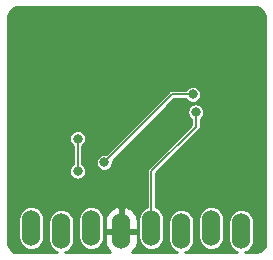
<source format=gbr>
G04 #@! TF.GenerationSoftware,KiCad,Pcbnew,(5.1.2)-2*
G04 #@! TF.CreationDate,2019-11-03T14:13:23-08:00*
G04 #@! TF.ProjectId,dac-breakout-ad5689,6461632d-6272-4656-916b-6f75742d6164,rev?*
G04 #@! TF.SameCoordinates,Original*
G04 #@! TF.FileFunction,Copper,L2,Bot*
G04 #@! TF.FilePolarity,Positive*
%FSLAX46Y46*%
G04 Gerber Fmt 4.6, Leading zero omitted, Abs format (unit mm)*
G04 Created by KiCad (PCBNEW (5.1.2)-2) date 2019-11-03 14:13:23*
%MOMM*%
%LPD*%
G04 APERTURE LIST*
%ADD10O,1.524000X3.048000*%
%ADD11C,0.800000*%
%ADD12C,0.150000*%
%ADD13C,0.254000*%
G04 APERTURE END LIST*
D10*
X138608400Y-132577000D03*
X136068400Y-132323000D03*
X133528400Y-132577000D03*
X130988400Y-132323000D03*
X128448400Y-132577000D03*
X125908400Y-132323000D03*
X123368400Y-132577000D03*
X120828400Y-132323000D03*
D11*
X137250000Y-128750000D03*
X134750000Y-122500000D03*
X124750000Y-127500000D03*
X124750000Y-124750000D03*
X127000000Y-126750000D03*
X134500000Y-121000000D03*
D12*
X130988400Y-130649000D02*
X130988400Y-132323000D01*
X130988400Y-127511600D02*
X130988400Y-130649000D01*
X134750000Y-122750000D02*
X134750000Y-123750000D01*
X134750000Y-123750000D02*
X130988400Y-127511600D01*
X134750000Y-122750000D02*
X134750000Y-122500000D01*
X124750000Y-127500000D02*
X124750000Y-124750000D01*
X127000000Y-126750000D02*
X132750000Y-121000000D01*
X132750000Y-121000000D02*
X134500000Y-121000000D01*
D13*
G36*
X139898962Y-113644325D02*
G01*
X140062396Y-113693822D01*
X140213050Y-113774204D01*
X140345161Y-113882394D01*
X140453663Y-114014245D01*
X140534408Y-114164714D01*
X140584293Y-114328026D01*
X140602036Y-114504143D01*
X140647244Y-133491676D01*
X140630236Y-133668409D01*
X140580834Y-133832408D01*
X140500344Y-133983589D01*
X140391862Y-134116135D01*
X140259581Y-134224927D01*
X140108590Y-134305779D01*
X139944713Y-134355570D01*
X139768009Y-134373000D01*
X138951249Y-134373000D01*
X139027159Y-134349973D01*
X139216343Y-134248851D01*
X139382165Y-134112765D01*
X139518251Y-133946943D01*
X139619373Y-133757759D01*
X139681643Y-133552481D01*
X139697400Y-133392497D01*
X139697400Y-131761503D01*
X139681643Y-131601519D01*
X139619373Y-131396241D01*
X139518251Y-131207057D01*
X139382165Y-131041235D01*
X139216343Y-130905149D01*
X139027158Y-130804027D01*
X138821880Y-130741757D01*
X138608400Y-130720731D01*
X138394919Y-130741757D01*
X138189641Y-130804027D01*
X138000457Y-130905149D01*
X137834635Y-131041235D01*
X137698549Y-131207057D01*
X137597427Y-131396242D01*
X137535157Y-131601520D01*
X137519400Y-131761504D01*
X137519400Y-133392497D01*
X137535157Y-133552481D01*
X137597428Y-133757759D01*
X137698550Y-133946943D01*
X137834636Y-134112765D01*
X138000458Y-134248851D01*
X138189642Y-134349973D01*
X138265552Y-134373000D01*
X133871249Y-134373000D01*
X133947159Y-134349973D01*
X134136343Y-134248851D01*
X134302165Y-134112765D01*
X134438251Y-133946943D01*
X134539373Y-133757759D01*
X134601643Y-133552481D01*
X134617400Y-133392497D01*
X134617400Y-131761503D01*
X134601643Y-131601519D01*
X134573125Y-131507504D01*
X134979400Y-131507504D01*
X134979400Y-133138497D01*
X134995157Y-133298481D01*
X135057428Y-133503759D01*
X135158550Y-133692943D01*
X135294636Y-133858765D01*
X135460458Y-133994851D01*
X135649642Y-134095973D01*
X135854920Y-134158243D01*
X136068400Y-134179269D01*
X136281881Y-134158243D01*
X136487159Y-134095973D01*
X136676343Y-133994851D01*
X136842165Y-133858765D01*
X136978251Y-133692943D01*
X137079373Y-133503759D01*
X137141643Y-133298481D01*
X137157400Y-133138497D01*
X137157400Y-131507503D01*
X137141643Y-131347519D01*
X137079373Y-131142241D01*
X136978251Y-130953057D01*
X136842165Y-130787235D01*
X136676343Y-130651149D01*
X136487158Y-130550027D01*
X136281880Y-130487757D01*
X136068400Y-130466731D01*
X135854919Y-130487757D01*
X135649641Y-130550027D01*
X135460457Y-130651149D01*
X135294635Y-130787235D01*
X135158549Y-130953057D01*
X135057427Y-131142242D01*
X134995157Y-131347520D01*
X134979400Y-131507504D01*
X134573125Y-131507504D01*
X134539373Y-131396241D01*
X134438251Y-131207057D01*
X134302165Y-131041235D01*
X134136343Y-130905149D01*
X133947158Y-130804027D01*
X133741880Y-130741757D01*
X133528400Y-130720731D01*
X133314919Y-130741757D01*
X133109641Y-130804027D01*
X132920457Y-130905149D01*
X132754635Y-131041235D01*
X132618549Y-131207057D01*
X132517427Y-131396242D01*
X132455157Y-131601520D01*
X132439400Y-131761504D01*
X132439400Y-133392497D01*
X132455157Y-133552481D01*
X132517428Y-133757759D01*
X132618550Y-133946943D01*
X132754636Y-134112765D01*
X132920458Y-134248851D01*
X133109642Y-134349973D01*
X133185552Y-134373000D01*
X129389407Y-134373000D01*
X129539406Y-134220729D01*
X129690459Y-133990942D01*
X129793781Y-133736101D01*
X129845400Y-133466000D01*
X129845400Y-132704000D01*
X128575400Y-132704000D01*
X128575400Y-132724000D01*
X128321400Y-132724000D01*
X128321400Y-132704000D01*
X127051400Y-132704000D01*
X127051400Y-133466000D01*
X127103019Y-133736101D01*
X127206341Y-133990942D01*
X127357394Y-134220729D01*
X127507393Y-134373000D01*
X123711249Y-134373000D01*
X123787159Y-134349973D01*
X123976343Y-134248851D01*
X124142165Y-134112765D01*
X124278251Y-133946943D01*
X124379373Y-133757759D01*
X124441643Y-133552481D01*
X124457400Y-133392497D01*
X124457400Y-131761503D01*
X124441643Y-131601519D01*
X124413125Y-131507504D01*
X124819400Y-131507504D01*
X124819400Y-133138497D01*
X124835157Y-133298481D01*
X124897428Y-133503759D01*
X124998550Y-133692943D01*
X125134636Y-133858765D01*
X125300458Y-133994851D01*
X125489642Y-134095973D01*
X125694920Y-134158243D01*
X125908400Y-134179269D01*
X126121881Y-134158243D01*
X126327159Y-134095973D01*
X126516343Y-133994851D01*
X126682165Y-133858765D01*
X126818251Y-133692943D01*
X126919373Y-133503759D01*
X126981643Y-133298481D01*
X126997400Y-133138497D01*
X126997400Y-131688000D01*
X127051400Y-131688000D01*
X127051400Y-132450000D01*
X128321400Y-132450000D01*
X128321400Y-130583280D01*
X128575400Y-130583280D01*
X128575400Y-132450000D01*
X129845400Y-132450000D01*
X129845400Y-131688000D01*
X129810906Y-131507504D01*
X129899400Y-131507504D01*
X129899400Y-133138497D01*
X129915157Y-133298481D01*
X129977428Y-133503759D01*
X130078550Y-133692943D01*
X130214636Y-133858765D01*
X130380458Y-133994851D01*
X130569642Y-134095973D01*
X130774920Y-134158243D01*
X130988400Y-134179269D01*
X131201881Y-134158243D01*
X131407159Y-134095973D01*
X131596343Y-133994851D01*
X131762165Y-133858765D01*
X131898251Y-133692943D01*
X131999373Y-133503759D01*
X132061643Y-133298481D01*
X132077400Y-133138497D01*
X132077400Y-131507503D01*
X132061643Y-131347519D01*
X131999373Y-131142241D01*
X131898251Y-130953057D01*
X131762165Y-130787235D01*
X131596343Y-130651149D01*
X131407158Y-130550027D01*
X131390400Y-130544944D01*
X131390400Y-127678113D01*
X135020295Y-124048218D01*
X135035632Y-124035632D01*
X135085868Y-123974420D01*
X135123197Y-123904584D01*
X135146183Y-123828806D01*
X135152000Y-123769747D01*
X135152000Y-123769740D01*
X135153944Y-123750000D01*
X135152000Y-123730261D01*
X135152000Y-123105748D01*
X135213436Y-123064698D01*
X135314698Y-122963436D01*
X135394259Y-122844364D01*
X135449062Y-122712058D01*
X135477000Y-122571603D01*
X135477000Y-122428397D01*
X135449062Y-122287942D01*
X135394259Y-122155636D01*
X135314698Y-122036564D01*
X135213436Y-121935302D01*
X135094364Y-121855741D01*
X134962058Y-121800938D01*
X134821603Y-121773000D01*
X134678397Y-121773000D01*
X134537942Y-121800938D01*
X134405636Y-121855741D01*
X134286564Y-121935302D01*
X134185302Y-122036564D01*
X134105741Y-122155636D01*
X134050938Y-122287942D01*
X134023000Y-122428397D01*
X134023000Y-122571603D01*
X134050938Y-122712058D01*
X134105741Y-122844364D01*
X134185302Y-122963436D01*
X134286564Y-123064698D01*
X134348000Y-123105748D01*
X134348001Y-123583485D01*
X130718110Y-127213377D01*
X130702768Y-127225968D01*
X130652532Y-127287181D01*
X130615203Y-127357018D01*
X130592217Y-127432795D01*
X130586400Y-127491854D01*
X130586400Y-127491861D01*
X130584456Y-127511600D01*
X130586400Y-127531339D01*
X130586401Y-130544943D01*
X130569641Y-130550027D01*
X130380457Y-130651149D01*
X130214635Y-130787235D01*
X130078549Y-130953057D01*
X129977427Y-131142242D01*
X129915157Y-131347520D01*
X129899400Y-131507504D01*
X129810906Y-131507504D01*
X129793781Y-131417899D01*
X129690459Y-131163058D01*
X129539406Y-130933271D01*
X129346426Y-130737368D01*
X129118935Y-130582878D01*
X128865676Y-130475738D01*
X128791470Y-130460780D01*
X128575400Y-130583280D01*
X128321400Y-130583280D01*
X128105330Y-130460780D01*
X128031124Y-130475738D01*
X127777865Y-130582878D01*
X127550374Y-130737368D01*
X127357394Y-130933271D01*
X127206341Y-131163058D01*
X127103019Y-131417899D01*
X127051400Y-131688000D01*
X126997400Y-131688000D01*
X126997400Y-131507503D01*
X126981643Y-131347519D01*
X126919373Y-131142241D01*
X126818251Y-130953057D01*
X126682165Y-130787235D01*
X126516343Y-130651149D01*
X126327158Y-130550027D01*
X126121880Y-130487757D01*
X125908400Y-130466731D01*
X125694919Y-130487757D01*
X125489641Y-130550027D01*
X125300457Y-130651149D01*
X125134635Y-130787235D01*
X124998549Y-130953057D01*
X124897427Y-131142242D01*
X124835157Y-131347520D01*
X124819400Y-131507504D01*
X124413125Y-131507504D01*
X124379373Y-131396241D01*
X124278251Y-131207057D01*
X124142165Y-131041235D01*
X123976343Y-130905149D01*
X123787158Y-130804027D01*
X123581880Y-130741757D01*
X123368400Y-130720731D01*
X123154919Y-130741757D01*
X122949641Y-130804027D01*
X122760457Y-130905149D01*
X122594635Y-131041235D01*
X122458549Y-131207057D01*
X122357427Y-131396242D01*
X122295157Y-131601520D01*
X122279400Y-131761504D01*
X122279400Y-133392497D01*
X122295157Y-133552481D01*
X122357428Y-133757759D01*
X122458550Y-133946943D01*
X122594636Y-134112765D01*
X122760458Y-134248851D01*
X122949642Y-134349973D01*
X123025552Y-134373000D01*
X119732880Y-134373000D01*
X119556457Y-134355624D01*
X119392796Y-134305978D01*
X119241974Y-134225362D01*
X119109776Y-134116870D01*
X119001284Y-133984672D01*
X118920668Y-133833850D01*
X118871022Y-133670189D01*
X118853646Y-133493766D01*
X118853646Y-131507504D01*
X119739400Y-131507504D01*
X119739400Y-133138497D01*
X119755157Y-133298481D01*
X119817428Y-133503759D01*
X119918550Y-133692943D01*
X120054636Y-133858765D01*
X120220458Y-133994851D01*
X120409642Y-134095973D01*
X120614920Y-134158243D01*
X120828400Y-134179269D01*
X121041881Y-134158243D01*
X121247159Y-134095973D01*
X121436343Y-133994851D01*
X121602165Y-133858765D01*
X121738251Y-133692943D01*
X121839373Y-133503759D01*
X121901643Y-133298481D01*
X121917400Y-133138497D01*
X121917400Y-131507503D01*
X121901643Y-131347519D01*
X121839373Y-131142241D01*
X121738251Y-130953057D01*
X121602165Y-130787235D01*
X121436343Y-130651149D01*
X121247158Y-130550027D01*
X121041880Y-130487757D01*
X120828400Y-130466731D01*
X120614919Y-130487757D01*
X120409641Y-130550027D01*
X120220457Y-130651149D01*
X120054635Y-130787235D01*
X119918549Y-130953057D01*
X119817427Y-131142242D01*
X119755157Y-131347520D01*
X119739400Y-131507504D01*
X118853646Y-131507504D01*
X118853646Y-124678397D01*
X124023000Y-124678397D01*
X124023000Y-124821603D01*
X124050938Y-124962058D01*
X124105741Y-125094364D01*
X124185302Y-125213436D01*
X124286564Y-125314698D01*
X124348001Y-125355749D01*
X124348000Y-126894252D01*
X124286564Y-126935302D01*
X124185302Y-127036564D01*
X124105741Y-127155636D01*
X124050938Y-127287942D01*
X124023000Y-127428397D01*
X124023000Y-127571603D01*
X124050938Y-127712058D01*
X124105741Y-127844364D01*
X124185302Y-127963436D01*
X124286564Y-128064698D01*
X124405636Y-128144259D01*
X124537942Y-128199062D01*
X124678397Y-128227000D01*
X124821603Y-128227000D01*
X124962058Y-128199062D01*
X125094364Y-128144259D01*
X125213436Y-128064698D01*
X125314698Y-127963436D01*
X125394259Y-127844364D01*
X125449062Y-127712058D01*
X125477000Y-127571603D01*
X125477000Y-127428397D01*
X125449062Y-127287942D01*
X125394259Y-127155636D01*
X125314698Y-127036564D01*
X125213436Y-126935302D01*
X125152000Y-126894252D01*
X125152000Y-126678397D01*
X126273000Y-126678397D01*
X126273000Y-126821603D01*
X126300938Y-126962058D01*
X126355741Y-127094364D01*
X126435302Y-127213436D01*
X126536564Y-127314698D01*
X126655636Y-127394259D01*
X126787942Y-127449062D01*
X126928397Y-127477000D01*
X127071603Y-127477000D01*
X127212058Y-127449062D01*
X127344364Y-127394259D01*
X127463436Y-127314698D01*
X127564698Y-127213436D01*
X127644259Y-127094364D01*
X127699062Y-126962058D01*
X127727000Y-126821603D01*
X127727000Y-126678397D01*
X127712585Y-126605928D01*
X132916514Y-121402000D01*
X133894252Y-121402000D01*
X133935302Y-121463436D01*
X134036564Y-121564698D01*
X134155636Y-121644259D01*
X134287942Y-121699062D01*
X134428397Y-121727000D01*
X134571603Y-121727000D01*
X134712058Y-121699062D01*
X134844364Y-121644259D01*
X134963436Y-121564698D01*
X135064698Y-121463436D01*
X135144259Y-121344364D01*
X135199062Y-121212058D01*
X135227000Y-121071603D01*
X135227000Y-120928397D01*
X135199062Y-120787942D01*
X135144259Y-120655636D01*
X135064698Y-120536564D01*
X134963436Y-120435302D01*
X134844364Y-120355741D01*
X134712058Y-120300938D01*
X134571603Y-120273000D01*
X134428397Y-120273000D01*
X134287942Y-120300938D01*
X134155636Y-120355741D01*
X134036564Y-120435302D01*
X133935302Y-120536564D01*
X133894252Y-120598000D01*
X132769739Y-120598000D01*
X132750000Y-120596056D01*
X132730260Y-120598000D01*
X132730253Y-120598000D01*
X132671194Y-120603817D01*
X132595417Y-120626803D01*
X132525580Y-120664132D01*
X132464368Y-120714368D01*
X132451782Y-120729704D01*
X127144072Y-126037415D01*
X127071603Y-126023000D01*
X126928397Y-126023000D01*
X126787942Y-126050938D01*
X126655636Y-126105741D01*
X126536564Y-126185302D01*
X126435302Y-126286564D01*
X126355741Y-126405636D01*
X126300938Y-126537942D01*
X126273000Y-126678397D01*
X125152000Y-126678397D01*
X125152000Y-125355748D01*
X125213436Y-125314698D01*
X125314698Y-125213436D01*
X125394259Y-125094364D01*
X125449062Y-124962058D01*
X125477000Y-124821603D01*
X125477000Y-124678397D01*
X125449062Y-124537942D01*
X125394259Y-124405636D01*
X125314698Y-124286564D01*
X125213436Y-124185302D01*
X125094364Y-124105741D01*
X124962058Y-124050938D01*
X124821603Y-124023000D01*
X124678397Y-124023000D01*
X124537942Y-124050938D01*
X124405636Y-124105741D01*
X124286564Y-124185302D01*
X124185302Y-124286564D01*
X124105741Y-124405636D01*
X124050938Y-124537942D01*
X124023000Y-124678397D01*
X118853646Y-124678397D01*
X118853646Y-114506234D01*
X118871022Y-114329811D01*
X118920668Y-114166150D01*
X119001284Y-114015328D01*
X119109776Y-113883130D01*
X119241974Y-113774638D01*
X119392796Y-113694022D01*
X119556457Y-113644376D01*
X119732880Y-113627000D01*
X139722797Y-113627000D01*
X139898962Y-113644325D01*
X139898962Y-113644325D01*
G37*
X139898962Y-113644325D02*
X140062396Y-113693822D01*
X140213050Y-113774204D01*
X140345161Y-113882394D01*
X140453663Y-114014245D01*
X140534408Y-114164714D01*
X140584293Y-114328026D01*
X140602036Y-114504143D01*
X140647244Y-133491676D01*
X140630236Y-133668409D01*
X140580834Y-133832408D01*
X140500344Y-133983589D01*
X140391862Y-134116135D01*
X140259581Y-134224927D01*
X140108590Y-134305779D01*
X139944713Y-134355570D01*
X139768009Y-134373000D01*
X138951249Y-134373000D01*
X139027159Y-134349973D01*
X139216343Y-134248851D01*
X139382165Y-134112765D01*
X139518251Y-133946943D01*
X139619373Y-133757759D01*
X139681643Y-133552481D01*
X139697400Y-133392497D01*
X139697400Y-131761503D01*
X139681643Y-131601519D01*
X139619373Y-131396241D01*
X139518251Y-131207057D01*
X139382165Y-131041235D01*
X139216343Y-130905149D01*
X139027158Y-130804027D01*
X138821880Y-130741757D01*
X138608400Y-130720731D01*
X138394919Y-130741757D01*
X138189641Y-130804027D01*
X138000457Y-130905149D01*
X137834635Y-131041235D01*
X137698549Y-131207057D01*
X137597427Y-131396242D01*
X137535157Y-131601520D01*
X137519400Y-131761504D01*
X137519400Y-133392497D01*
X137535157Y-133552481D01*
X137597428Y-133757759D01*
X137698550Y-133946943D01*
X137834636Y-134112765D01*
X138000458Y-134248851D01*
X138189642Y-134349973D01*
X138265552Y-134373000D01*
X133871249Y-134373000D01*
X133947159Y-134349973D01*
X134136343Y-134248851D01*
X134302165Y-134112765D01*
X134438251Y-133946943D01*
X134539373Y-133757759D01*
X134601643Y-133552481D01*
X134617400Y-133392497D01*
X134617400Y-131761503D01*
X134601643Y-131601519D01*
X134573125Y-131507504D01*
X134979400Y-131507504D01*
X134979400Y-133138497D01*
X134995157Y-133298481D01*
X135057428Y-133503759D01*
X135158550Y-133692943D01*
X135294636Y-133858765D01*
X135460458Y-133994851D01*
X135649642Y-134095973D01*
X135854920Y-134158243D01*
X136068400Y-134179269D01*
X136281881Y-134158243D01*
X136487159Y-134095973D01*
X136676343Y-133994851D01*
X136842165Y-133858765D01*
X136978251Y-133692943D01*
X137079373Y-133503759D01*
X137141643Y-133298481D01*
X137157400Y-133138497D01*
X137157400Y-131507503D01*
X137141643Y-131347519D01*
X137079373Y-131142241D01*
X136978251Y-130953057D01*
X136842165Y-130787235D01*
X136676343Y-130651149D01*
X136487158Y-130550027D01*
X136281880Y-130487757D01*
X136068400Y-130466731D01*
X135854919Y-130487757D01*
X135649641Y-130550027D01*
X135460457Y-130651149D01*
X135294635Y-130787235D01*
X135158549Y-130953057D01*
X135057427Y-131142242D01*
X134995157Y-131347520D01*
X134979400Y-131507504D01*
X134573125Y-131507504D01*
X134539373Y-131396241D01*
X134438251Y-131207057D01*
X134302165Y-131041235D01*
X134136343Y-130905149D01*
X133947158Y-130804027D01*
X133741880Y-130741757D01*
X133528400Y-130720731D01*
X133314919Y-130741757D01*
X133109641Y-130804027D01*
X132920457Y-130905149D01*
X132754635Y-131041235D01*
X132618549Y-131207057D01*
X132517427Y-131396242D01*
X132455157Y-131601520D01*
X132439400Y-131761504D01*
X132439400Y-133392497D01*
X132455157Y-133552481D01*
X132517428Y-133757759D01*
X132618550Y-133946943D01*
X132754636Y-134112765D01*
X132920458Y-134248851D01*
X133109642Y-134349973D01*
X133185552Y-134373000D01*
X129389407Y-134373000D01*
X129539406Y-134220729D01*
X129690459Y-133990942D01*
X129793781Y-133736101D01*
X129845400Y-133466000D01*
X129845400Y-132704000D01*
X128575400Y-132704000D01*
X128575400Y-132724000D01*
X128321400Y-132724000D01*
X128321400Y-132704000D01*
X127051400Y-132704000D01*
X127051400Y-133466000D01*
X127103019Y-133736101D01*
X127206341Y-133990942D01*
X127357394Y-134220729D01*
X127507393Y-134373000D01*
X123711249Y-134373000D01*
X123787159Y-134349973D01*
X123976343Y-134248851D01*
X124142165Y-134112765D01*
X124278251Y-133946943D01*
X124379373Y-133757759D01*
X124441643Y-133552481D01*
X124457400Y-133392497D01*
X124457400Y-131761503D01*
X124441643Y-131601519D01*
X124413125Y-131507504D01*
X124819400Y-131507504D01*
X124819400Y-133138497D01*
X124835157Y-133298481D01*
X124897428Y-133503759D01*
X124998550Y-133692943D01*
X125134636Y-133858765D01*
X125300458Y-133994851D01*
X125489642Y-134095973D01*
X125694920Y-134158243D01*
X125908400Y-134179269D01*
X126121881Y-134158243D01*
X126327159Y-134095973D01*
X126516343Y-133994851D01*
X126682165Y-133858765D01*
X126818251Y-133692943D01*
X126919373Y-133503759D01*
X126981643Y-133298481D01*
X126997400Y-133138497D01*
X126997400Y-131688000D01*
X127051400Y-131688000D01*
X127051400Y-132450000D01*
X128321400Y-132450000D01*
X128321400Y-130583280D01*
X128575400Y-130583280D01*
X128575400Y-132450000D01*
X129845400Y-132450000D01*
X129845400Y-131688000D01*
X129810906Y-131507504D01*
X129899400Y-131507504D01*
X129899400Y-133138497D01*
X129915157Y-133298481D01*
X129977428Y-133503759D01*
X130078550Y-133692943D01*
X130214636Y-133858765D01*
X130380458Y-133994851D01*
X130569642Y-134095973D01*
X130774920Y-134158243D01*
X130988400Y-134179269D01*
X131201881Y-134158243D01*
X131407159Y-134095973D01*
X131596343Y-133994851D01*
X131762165Y-133858765D01*
X131898251Y-133692943D01*
X131999373Y-133503759D01*
X132061643Y-133298481D01*
X132077400Y-133138497D01*
X132077400Y-131507503D01*
X132061643Y-131347519D01*
X131999373Y-131142241D01*
X131898251Y-130953057D01*
X131762165Y-130787235D01*
X131596343Y-130651149D01*
X131407158Y-130550027D01*
X131390400Y-130544944D01*
X131390400Y-127678113D01*
X135020295Y-124048218D01*
X135035632Y-124035632D01*
X135085868Y-123974420D01*
X135123197Y-123904584D01*
X135146183Y-123828806D01*
X135152000Y-123769747D01*
X135152000Y-123769740D01*
X135153944Y-123750000D01*
X135152000Y-123730261D01*
X135152000Y-123105748D01*
X135213436Y-123064698D01*
X135314698Y-122963436D01*
X135394259Y-122844364D01*
X135449062Y-122712058D01*
X135477000Y-122571603D01*
X135477000Y-122428397D01*
X135449062Y-122287942D01*
X135394259Y-122155636D01*
X135314698Y-122036564D01*
X135213436Y-121935302D01*
X135094364Y-121855741D01*
X134962058Y-121800938D01*
X134821603Y-121773000D01*
X134678397Y-121773000D01*
X134537942Y-121800938D01*
X134405636Y-121855741D01*
X134286564Y-121935302D01*
X134185302Y-122036564D01*
X134105741Y-122155636D01*
X134050938Y-122287942D01*
X134023000Y-122428397D01*
X134023000Y-122571603D01*
X134050938Y-122712058D01*
X134105741Y-122844364D01*
X134185302Y-122963436D01*
X134286564Y-123064698D01*
X134348000Y-123105748D01*
X134348001Y-123583485D01*
X130718110Y-127213377D01*
X130702768Y-127225968D01*
X130652532Y-127287181D01*
X130615203Y-127357018D01*
X130592217Y-127432795D01*
X130586400Y-127491854D01*
X130586400Y-127491861D01*
X130584456Y-127511600D01*
X130586400Y-127531339D01*
X130586401Y-130544943D01*
X130569641Y-130550027D01*
X130380457Y-130651149D01*
X130214635Y-130787235D01*
X130078549Y-130953057D01*
X129977427Y-131142242D01*
X129915157Y-131347520D01*
X129899400Y-131507504D01*
X129810906Y-131507504D01*
X129793781Y-131417899D01*
X129690459Y-131163058D01*
X129539406Y-130933271D01*
X129346426Y-130737368D01*
X129118935Y-130582878D01*
X128865676Y-130475738D01*
X128791470Y-130460780D01*
X128575400Y-130583280D01*
X128321400Y-130583280D01*
X128105330Y-130460780D01*
X128031124Y-130475738D01*
X127777865Y-130582878D01*
X127550374Y-130737368D01*
X127357394Y-130933271D01*
X127206341Y-131163058D01*
X127103019Y-131417899D01*
X127051400Y-131688000D01*
X126997400Y-131688000D01*
X126997400Y-131507503D01*
X126981643Y-131347519D01*
X126919373Y-131142241D01*
X126818251Y-130953057D01*
X126682165Y-130787235D01*
X126516343Y-130651149D01*
X126327158Y-130550027D01*
X126121880Y-130487757D01*
X125908400Y-130466731D01*
X125694919Y-130487757D01*
X125489641Y-130550027D01*
X125300457Y-130651149D01*
X125134635Y-130787235D01*
X124998549Y-130953057D01*
X124897427Y-131142242D01*
X124835157Y-131347520D01*
X124819400Y-131507504D01*
X124413125Y-131507504D01*
X124379373Y-131396241D01*
X124278251Y-131207057D01*
X124142165Y-131041235D01*
X123976343Y-130905149D01*
X123787158Y-130804027D01*
X123581880Y-130741757D01*
X123368400Y-130720731D01*
X123154919Y-130741757D01*
X122949641Y-130804027D01*
X122760457Y-130905149D01*
X122594635Y-131041235D01*
X122458549Y-131207057D01*
X122357427Y-131396242D01*
X122295157Y-131601520D01*
X122279400Y-131761504D01*
X122279400Y-133392497D01*
X122295157Y-133552481D01*
X122357428Y-133757759D01*
X122458550Y-133946943D01*
X122594636Y-134112765D01*
X122760458Y-134248851D01*
X122949642Y-134349973D01*
X123025552Y-134373000D01*
X119732880Y-134373000D01*
X119556457Y-134355624D01*
X119392796Y-134305978D01*
X119241974Y-134225362D01*
X119109776Y-134116870D01*
X119001284Y-133984672D01*
X118920668Y-133833850D01*
X118871022Y-133670189D01*
X118853646Y-133493766D01*
X118853646Y-131507504D01*
X119739400Y-131507504D01*
X119739400Y-133138497D01*
X119755157Y-133298481D01*
X119817428Y-133503759D01*
X119918550Y-133692943D01*
X120054636Y-133858765D01*
X120220458Y-133994851D01*
X120409642Y-134095973D01*
X120614920Y-134158243D01*
X120828400Y-134179269D01*
X121041881Y-134158243D01*
X121247159Y-134095973D01*
X121436343Y-133994851D01*
X121602165Y-133858765D01*
X121738251Y-133692943D01*
X121839373Y-133503759D01*
X121901643Y-133298481D01*
X121917400Y-133138497D01*
X121917400Y-131507503D01*
X121901643Y-131347519D01*
X121839373Y-131142241D01*
X121738251Y-130953057D01*
X121602165Y-130787235D01*
X121436343Y-130651149D01*
X121247158Y-130550027D01*
X121041880Y-130487757D01*
X120828400Y-130466731D01*
X120614919Y-130487757D01*
X120409641Y-130550027D01*
X120220457Y-130651149D01*
X120054635Y-130787235D01*
X119918549Y-130953057D01*
X119817427Y-131142242D01*
X119755157Y-131347520D01*
X119739400Y-131507504D01*
X118853646Y-131507504D01*
X118853646Y-124678397D01*
X124023000Y-124678397D01*
X124023000Y-124821603D01*
X124050938Y-124962058D01*
X124105741Y-125094364D01*
X124185302Y-125213436D01*
X124286564Y-125314698D01*
X124348001Y-125355749D01*
X124348000Y-126894252D01*
X124286564Y-126935302D01*
X124185302Y-127036564D01*
X124105741Y-127155636D01*
X124050938Y-127287942D01*
X124023000Y-127428397D01*
X124023000Y-127571603D01*
X124050938Y-127712058D01*
X124105741Y-127844364D01*
X124185302Y-127963436D01*
X124286564Y-128064698D01*
X124405636Y-128144259D01*
X124537942Y-128199062D01*
X124678397Y-128227000D01*
X124821603Y-128227000D01*
X124962058Y-128199062D01*
X125094364Y-128144259D01*
X125213436Y-128064698D01*
X125314698Y-127963436D01*
X125394259Y-127844364D01*
X125449062Y-127712058D01*
X125477000Y-127571603D01*
X125477000Y-127428397D01*
X125449062Y-127287942D01*
X125394259Y-127155636D01*
X125314698Y-127036564D01*
X125213436Y-126935302D01*
X125152000Y-126894252D01*
X125152000Y-126678397D01*
X126273000Y-126678397D01*
X126273000Y-126821603D01*
X126300938Y-126962058D01*
X126355741Y-127094364D01*
X126435302Y-127213436D01*
X126536564Y-127314698D01*
X126655636Y-127394259D01*
X126787942Y-127449062D01*
X126928397Y-127477000D01*
X127071603Y-127477000D01*
X127212058Y-127449062D01*
X127344364Y-127394259D01*
X127463436Y-127314698D01*
X127564698Y-127213436D01*
X127644259Y-127094364D01*
X127699062Y-126962058D01*
X127727000Y-126821603D01*
X127727000Y-126678397D01*
X127712585Y-126605928D01*
X132916514Y-121402000D01*
X133894252Y-121402000D01*
X133935302Y-121463436D01*
X134036564Y-121564698D01*
X134155636Y-121644259D01*
X134287942Y-121699062D01*
X134428397Y-121727000D01*
X134571603Y-121727000D01*
X134712058Y-121699062D01*
X134844364Y-121644259D01*
X134963436Y-121564698D01*
X135064698Y-121463436D01*
X135144259Y-121344364D01*
X135199062Y-121212058D01*
X135227000Y-121071603D01*
X135227000Y-120928397D01*
X135199062Y-120787942D01*
X135144259Y-120655636D01*
X135064698Y-120536564D01*
X134963436Y-120435302D01*
X134844364Y-120355741D01*
X134712058Y-120300938D01*
X134571603Y-120273000D01*
X134428397Y-120273000D01*
X134287942Y-120300938D01*
X134155636Y-120355741D01*
X134036564Y-120435302D01*
X133935302Y-120536564D01*
X133894252Y-120598000D01*
X132769739Y-120598000D01*
X132750000Y-120596056D01*
X132730260Y-120598000D01*
X132730253Y-120598000D01*
X132671194Y-120603817D01*
X132595417Y-120626803D01*
X132525580Y-120664132D01*
X132464368Y-120714368D01*
X132451782Y-120729704D01*
X127144072Y-126037415D01*
X127071603Y-126023000D01*
X126928397Y-126023000D01*
X126787942Y-126050938D01*
X126655636Y-126105741D01*
X126536564Y-126185302D01*
X126435302Y-126286564D01*
X126355741Y-126405636D01*
X126300938Y-126537942D01*
X126273000Y-126678397D01*
X125152000Y-126678397D01*
X125152000Y-125355748D01*
X125213436Y-125314698D01*
X125314698Y-125213436D01*
X125394259Y-125094364D01*
X125449062Y-124962058D01*
X125477000Y-124821603D01*
X125477000Y-124678397D01*
X125449062Y-124537942D01*
X125394259Y-124405636D01*
X125314698Y-124286564D01*
X125213436Y-124185302D01*
X125094364Y-124105741D01*
X124962058Y-124050938D01*
X124821603Y-124023000D01*
X124678397Y-124023000D01*
X124537942Y-124050938D01*
X124405636Y-124105741D01*
X124286564Y-124185302D01*
X124185302Y-124286564D01*
X124105741Y-124405636D01*
X124050938Y-124537942D01*
X124023000Y-124678397D01*
X118853646Y-124678397D01*
X118853646Y-114506234D01*
X118871022Y-114329811D01*
X118920668Y-114166150D01*
X119001284Y-114015328D01*
X119109776Y-113883130D01*
X119241974Y-113774638D01*
X119392796Y-113694022D01*
X119556457Y-113644376D01*
X119732880Y-113627000D01*
X139722797Y-113627000D01*
X139898962Y-113644325D01*
M02*

</source>
